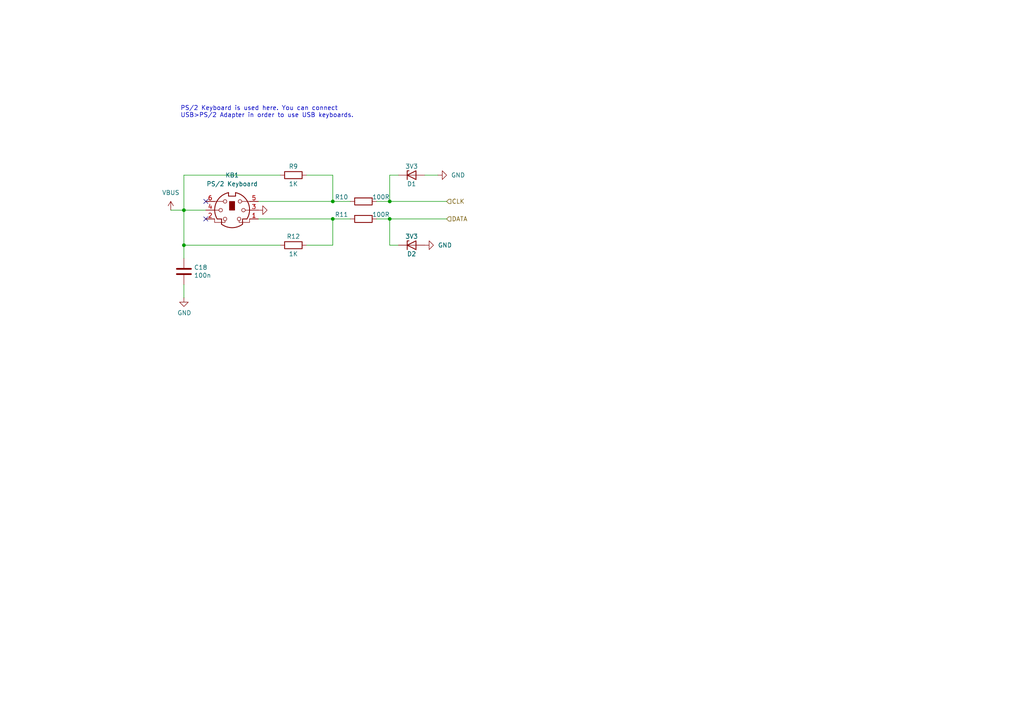
<source format=kicad_sch>
(kicad_sch (version 20250114) (generator "eeschema") (generator_version "9.0")
  (paper "A4")
  (title_block (title "MiniFRANK RM1") (date "2025-03-04") (rev "2.01") (company "Mikhail Matveev") (comment 1 "https://github.com/xtremespb/frank"))
  (lib_symbols
    (symbol "Connector:Mini-DIN-6" (pin_names (offset 1.016))
      (property "Reference" "J" (at 0 6.35 0))
      (property "Value" "Mini-DIN-6" (at 0 -6.35 0))
      (symbol "Mini-DIN-6_0_1"
        (polyline (pts (xy -4.318 -2.54) (xy -3.048 -2.54) (xy -3.048 -4.064)) (stroke (width 0.254)))
        (polyline (pts (xy -3.81 0) (xy -5.08 0)))
        (circle (center -3.302 0) (radius 0.508))
        (polyline (pts (xy -2.54 2.54) (xy -5.08 2.54)))
        (circle (center -2.032 2.54) (radius 0.508))
        (circle (center -2.032 -2.54) (radius 0.508))
        (polyline (pts (xy -2.032 -3.048) (xy -2.032 -3.556) (xy -5.08 -3.556) (xy -5.08 -2.54)))
        (polyline (pts (xy -1.016 5.08) (xy -1.016 4.064) (xy 1.016 4.064) (xy 1.016 5.08)) (stroke (width 0.254)))
        (rectangle (start -0.762 2.54) (end 0.762 0) (fill (type outline)))
        (arc (start 3.048 -4.064) (mid 0 -5.08) (end -3.048 -4.064) (stroke (width 0.254)))
        (arc (start 1.016 5.08) (mid 4.6646 2.1356) (end 4.318 -2.54) (stroke (width 0.254)))
        (arc (start -4.318 -2.54) (mid -4.6241 2.1181) (end -1.016 5.08) (stroke (width 0.254)))
        (circle (center 2.032 -2.54) (radius 0.508))
        (polyline (pts (xy 2.032 -3.048) (xy 2.032 -3.556) (xy 5.08 -3.556) (xy 5.08 -2.54)))
        (circle (center 2.286 2.54) (radius 0.508))
        (polyline (pts (xy 2.794 2.54) (xy 5.08 2.54)))
        (circle (center 3.302 0) (radius 0.508))
        (polyline (pts (xy 4.318 -2.54) (xy 3.048 -2.54) (xy 3.048 -4.064)) (stroke (width 0.254)))
        (polyline (pts (xy 5.08 0) (xy 3.81 0)))
      )
      (symbol "Mini-DIN-6_1_1"
        (pin passive line (at -7.62 2.54 0) (length 2.54) (name "~") (number "6"))
        (pin passive line (at -7.62 0 0) (length 2.54) (name "~") (number "4"))
        (pin passive line (at -7.62 -2.54 0) (length 2.54) (name "~") (number "2"))
        (pin passive line (at 7.62 2.54 180) (length 2.54) (name "~") (number "5"))
        (pin passive line (at 7.62 0 180) (length 2.54) (name "~") (number "3"))
        (pin passive line (at 7.62 -2.54 180) (length 2.54) (name "~") (number "1"))
      )
    )
    (symbol "Device:C" (pin_numbers (hide yes)) (pin_names (offset 0.254))
      (property "Reference" "C" (at 0.635 2.54 0))
      (property "Value" "C" (at 0.635 -2.54 0))
      (symbol "C_0_1"
        (polyline (pts (xy -2.032 0.762) (xy 2.032 0.762)) (stroke (width 0.508)))
        (polyline (pts (xy -2.032 -0.762) (xy 2.032 -0.762)) (stroke (width 0.508)))
      )
      (symbol "C_1_1"
        (pin passive line (at 0 3.81 270) (length 2.794) (name "~") (number "1"))
        (pin passive line (at 0 -3.81 90) (length 2.794) (name "~") (number "2"))
      )
    )
    (symbol "Device:D_Zener" (pin_numbers (hide yes)) (pin_names (offset 1.016) (hide yes))
      (property "Reference" "D" (at 0 2.54 0))
      (property "Value" "D_Zener" (at 0 -2.54 0))
      (symbol "D_Zener_0_1"
        (polyline (pts (xy -1.27 -1.27) (xy -1.27 1.27) (xy -0.762 1.27)) (stroke (width 0.254)))
        (polyline (pts (xy 1.27 0) (xy -1.27 0)))
        (polyline (pts (xy 1.27 -1.27) (xy 1.27 1.27) (xy -1.27 0) (xy 1.27 -1.27)) (stroke (width 0.254)))
      )
      (symbol "D_Zener_1_1"
        (pin passive line (at -3.81 0 0) (length 2.54) (name "K") (number "1"))
        (pin passive line (at 3.81 0 180) (length 2.54) (name "A") (number "2"))
      )
    )
    (symbol "Device:R" (pin_numbers (hide yes)) (pin_names (offset 0))
      (property "Reference" "R" (at 2.032 0 90))
      (property "Value" "R" (at 0 0 90))
      (symbol "R_0_1"
        (rectangle (start -1.016 -2.54) (end 1.016 2.54) (stroke (width 0.254)))
      )
      (symbol "R_1_1"
        (pin passive line (at 0 3.81 270) (length 1.27) (name "~") (number "1"))
        (pin passive line (at 0 -3.81 90) (length 1.27) (name "~") (number "2"))
      )
    )
    (symbol "GND_1" (power) (pin_numbers (hide yes)) (pin_names (offset 0) (hide yes))
      (property "Value" "GND" (at 0 -3.81 0))
      (symbol "GND_1_0_1"
        (polyline (pts (xy 0 0) (xy 0 -1.27) (xy 1.27 -1.27) (xy 0 -2.54) (xy -1.27 -1.27) (xy 0 -1.27)))
      )
      (symbol "GND_1_1_1"
        (pin power_in line (at 0 0 270) (length 0) (name "~") (number "1"))
      )
    )
    (symbol "GND_2" (power) (pin_numbers (hide yes)) (pin_names (offset 0) (hide yes))
      (property "Value" "GND" (at 0 -3.81 0))
      (symbol "GND_2_0_1"
        (polyline (pts (xy 0 0) (xy 0 -1.27) (xy 1.27 -1.27) (xy 0 -2.54) (xy -1.27 -1.27) (xy 0 -1.27)))
      )
      (symbol "GND_2_1_1"
        (pin power_in line (at 0 0 270) (length 0) (name "~") (number "1"))
      )
    )
    (symbol "GND_3" (power) (pin_numbers (hide yes)) (pin_names (offset 0) (hide yes))
      (property "Value" "GND" (at 0 -3.81 0))
      (symbol "GND_3_0_1"
        (polyline (pts (xy 0 0) (xy 0 -1.27) (xy 1.27 -1.27) (xy 0 -2.54) (xy -1.27 -1.27) (xy 0 -1.27)))
      )
      (symbol "GND_3_1_1"
        (pin power_in line (at 0 0 270) (length 0) (name "~") (number "1"))
      )
    )
    (symbol "power:GND" (power) (pin_numbers (hide yes)) (pin_names (offset 0) (hide yes))
      (property "Value" "GND" (at 0 -3.81 0))
      (symbol "GND_0_1"
        (polyline (pts (xy 0 0) (xy 0 -1.27) (xy 1.27 -1.27) (xy 0 -2.54) (xy -1.27 -1.27) (xy 0 -1.27)))
      )
      (symbol "GND_1_1"
        (pin power_in line (at 0 0 270) (length 0) (name "~") (number "1"))
      )
    )
    (symbol "power:VBUS" (power) (pin_numbers (hide yes)) (pin_names (offset 0) (hide yes))
      (property "Value" "VBUS" (at 0 3.556 0))
      (symbol "VBUS_0_1"
        (polyline (pts (xy -0.762 1.27) (xy 0 2.54)))
        (polyline (pts (xy 0 2.54) (xy 0.762 1.27)))
        (polyline (pts (xy 0 0) (xy 0 2.54)))
      )
      (symbol "VBUS_1_1"
        (pin power_in line (at 0 0 90) (length 0) (name "~") (number "1"))
      )
    )
  )
  (text "PS/2 Keyboard is used here. You can connect\nUSB>PS/2 Adapter in order to use USB keyboards." (at 52.324 32.512 0) (effects (font (size 1.27 1.27)) (justify left)))
  (junction (at 113.03 63.5))
  (junction (at 96.52 58.42))
  (junction (at 53.34 60.96))
  (junction (at 113.03 58.42))
  (junction (at 53.34 71.12))
  (junction (at 96.52 63.5))
  (no_connect (at 59.69 58.42))
  (no_connect (at 59.69 63.5))
  (wire (pts (xy 96.52 63.5) (xy 101.6 63.5)))
  (wire (pts (xy 96.52 58.42) (xy 101.6 58.42)))
  (wire (pts (xy 81.28 71.12) (xy 53.34 71.12)))
  (wire (pts (xy 53.34 71.12) (xy 53.34 74.93)))
  (wire (pts (xy 53.34 50.8) (xy 53.34 60.96)))
  (wire (pts (xy 123.19 50.8) (xy 127 50.8)))
  (wire (pts (xy 113.03 63.5) (xy 109.22 63.5)))
  (wire (pts (xy 113.03 71.12) (xy 113.03 63.5)))
  (wire (pts (xy 113.03 63.5) (xy 129.54 63.5)))
  (wire (pts (xy 53.34 71.12) (xy 53.34 60.96)))
  (wire (pts (xy 81.28 50.8) (xy 53.34 50.8)))
  (wire (pts (xy 115.57 71.12) (xy 113.03 71.12)))
  (wire (pts (xy 115.57 50.8) (xy 113.03 50.8)))
  (wire (pts (xy 74.93 63.5) (xy 96.52 63.5)))
  (wire (pts (xy 113.03 58.42) (xy 129.54 58.42)))
  (wire (pts (xy 113.03 50.8) (xy 113.03 58.42)))
  (wire (pts (xy 53.34 60.96) (xy 59.69 60.96)))
  (wire (pts (xy 53.34 60.96) (xy 49.53 60.96)))
  (wire (pts (xy 88.9 71.12) (xy 96.52 71.12)))
  (wire (pts (xy 96.52 50.8) (xy 96.52 58.42)))
  (wire (pts (xy 74.93 58.42) (xy 96.52 58.42)))
  (wire (pts (xy 88.9 50.8) (xy 96.52 50.8)))
  (wire (pts (xy 53.34 82.55) (xy 53.34 86.36)))
  (wire (pts (xy 96.52 63.5) (xy 96.52 71.12)))
  (wire (pts (xy 113.03 58.42) (xy 109.22 58.42)))
  (hierarchical_label "DATA" (shape input) (at 129.54 63.5 0))
  (hierarchical_label "CLK" (shape input) (at 129.54 58.42 0))
  (symbol (lib_id "power:GND") (at 123.19 71.12 90) (unit 1)
    (property "Reference" "#PWR030" (effects (hide yes)))
    (property "Value" "GND" (at 127 71.1199 90) (effects (justify right)))
    (property "Description" "Power symbol creates a global label with name \"GND\" , ground" (effects (hide yes)))
  )
  (symbol (lib_id "Device:D_Zener") (at 119.38 71.12 0) (unit 1)
    (property "Reference" "D2" (at 119.38 73.66 0))
    (property "Value" "3V3" (at 119.38 68.58 0))
    (property "Footprint" "FRANK:Diode (SOD-323)" (effects (hide yes)))
    (property "Datasheet" "https://www.vishay.com/docs/83335/bzx384g.pdf" (effects (hide yes)))
    (property "AliExpress" "https://www.aliexpress.com/item/32997486634.html" (effects (hide yes)))
  )
  (symbol (lib_name "GND_2") (lib_id "power:GND") (at 53.34 86.36 0) (unit 1)
    (property "Reference" "#PWR031" (effects (hide yes)))
    (property "Value" "GND" (at 53.467 90.7542 0))
    (property "Description" "Power symbol creates a global label with name \"GND\" , ground" (effects (hide yes)))
  )
  (symbol (lib_id "Device:R") (at 105.41 63.5 90) (unit 1)
    (property "Reference" "R11" (at 99.06 62.23 90))
    (property "Value" "100R" (at 110.49 62.23 90))
    (property "Footprint" "FRANK:Resistor (0805)" (effects (hide yes)))
    (property "Datasheet" "https://www.vishay.com/docs/28952/mcs0402at-mct0603at-mcu0805at-mca1206at.pdf" (effects (hide yes)))
    (property "AliExpress" "https://www.aliexpress.com/item/1005005945735199.html" (effects (hide yes)))
  )
  (symbol (lib_id "Device:R") (at 105.41 58.42 90) (unit 1)
    (property "Reference" "R10" (at 99.06 57.15 90))
    (property "Value" "100R" (at 110.49 57.15 90))
    (property "Footprint" "FRANK:Resistor (0805)" (effects (hide yes)))
    (property "Datasheet" "https://www.vishay.com/docs/28952/mcs0402at-mct0603at-mcu0805at-mca1206at.pdf" (effects (hide yes)))
    (property "AliExpress" "https://www.aliexpress.com/item/1005005945735199.html" (effects (hide yes)))
  )
  (symbol (lib_name "GND_3") (lib_id "power:GND") (at 127 50.8 90) (unit 1)
    (property "Reference" "#PWR027" (effects (hide yes)))
    (property "Value" "GND" (at 130.81 50.7999 90) (effects (justify right)))
    (property "Description" "Power symbol creates a global label with name \"GND\" , ground" (effects (hide yes)))
  )
  (symbol (lib_id "power:VBUS") (at 49.53 60.96 0) (unit 1)
    (property "Reference" "#PWR028" (effects (hide yes)))
    (property "Value" "VBUS" (at 49.53 55.88 0))
    (property "Description" "Power symbol creates a global label with name \"VBUS\"" (effects (hide yes)))
  )
  (symbol (lib_id "Device:R") (at 85.09 71.12 90) (unit 1)
    (property "Reference" "R12" (at 85.09 68.58 90))
    (property "Value" "1K" (at 85.09 73.66 90))
    (property "Footprint" "FRANK:Resistor (0805)" (effects (hide yes)))
    (property "Datasheet" "https://www.vishay.com/docs/28952/mcs0402at-mct0603at-mcu0805at-mca1206at.pdf" (effects (hide yes)))
    (property "AliExpress" "https://www.aliexpress.com/item/1005005945735199.html" (effects (hide yes)))
  )
  (symbol (lib_id "Device:R") (at 85.09 50.8 90) (unit 1)
    (property "Reference" "R9" (at 85.09 48.26 90))
    (property "Value" "1K" (at 85.09 53.34 90))
    (property "Footprint" "FRANK:Resistor (0805)" (effects (hide yes)))
    (property "Datasheet" "https://www.vishay.com/docs/28952/mcs0402at-mct0603at-mcu0805at-mca1206at.pdf" (effects (hide yes)))
    (property "AliExpress" "https://www.aliexpress.com/item/1005005945735199.html" (effects (hide yes)))
  )
  (symbol (lib_id "Connector:Mini-DIN-6") (at 67.31 60.96 0) (unit 1)
    (property "Reference" "KB1" (at 67.3277 50.8 0))
    (property "Value" "PS/2 Keyboard" (at 67.3277 53.34 0))
    (property "Footprint" "FRANK:MiniDIN (6 Pin, female)" (effects (hide yes)))
    (property "Datasheet" "http://service.powerdynamics.com/ec/Catalog17/Section%2011.pdf" (effects (hide yes)))
    (property "Description" "6-pin Mini-DIN connector" (effects (hide yes)))
    (property "AliExpress" "https://www.aliexpress.com/item/4000106131593.html" (effects (hide yes)))
  )
  (symbol (lib_name "GND_1") (lib_id "power:GND") (at 74.93 60.96 90) (unit 1)
    (property "Reference" "#PWR029" (effects (hide yes)))
    (property "Value" "GND" (effects (hide yes)))
    (property "Description" "Power symbol creates a global label with name \"GND\" , ground" (effects (hide yes)))
  )
  (symbol (lib_id "Device:D_Zener") (at 119.38 50.8 0) (unit 1)
    (property "Reference" "D1" (at 119.38 53.34 0))
    (property "Value" "3V3" (at 119.38 48.26 0))
    (property "Footprint" "FRANK:Diode (SOD-323)" (effects (hide yes)))
    (property "Datasheet" "https://www.vishay.com/docs/83335/bzx384g.pdf" (effects (hide yes)))
    (property "AliExpress" "https://www.aliexpress.com/item/32997486634.html" (effects (hide yes)))
  )
  (symbol (lib_id "Device:C") (at 53.34 78.74 0) (unit 1)
    (property "Reference" "C18" (at 56.261 77.5716 0) (effects (justify left)))
    (property "Value" "100n" (at 56.261 79.883 0) (effects (justify left)))
    (property "Footprint" "FRANK:Capacitor (0805)" (effects (hide yes)))
    (property "Datasheet" "https://eu.mouser.com/datasheet/2/447/KEM_C1075_X7R_HT_SMD-3316221.pdf" (effects (hide yes)))
    (property "AliExpress" "https://www.aliexpress.com/item/33008008276.html" (effects (hide yes)))
  )
)
</source>
